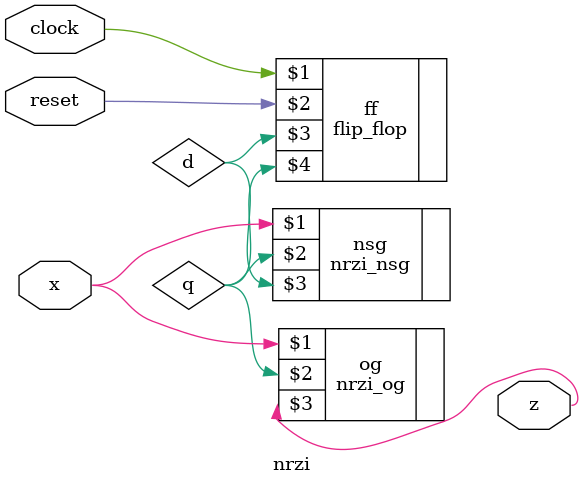
<source format=v>
`include "nrzi_nsg.v"
`include "nrzi_og.v"
`include "flip_flop.v"
module nrzi
(
	input clock, reset, x,
	output z
);
wire z;
wire q;
wire d;

nrzi_nsg nsg(x, q, d);
nrzi_og og(x, q, z);
flip_flop ff(clock, reset, d, q);

/*always@(posedge clock, posedge reset)
begin
	if (reset == 1)
		q <= 1'b0;
	else 
		q <= d;
end
*/
endmodule
</source>
